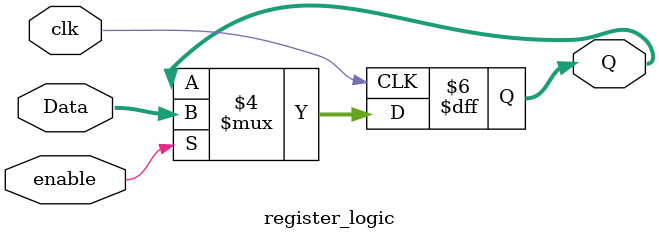
<source format=v>
`timescale 1ns / 1ps


module register_logic(
    input clk,
    input enable,
    input [4:0] Data,
    output reg [4:0] Q
    );
    
    initial Q=0;
    always @(posedge clk) begin
        if (enable)
            Q <= Data;
        else
            Q <= Q;
      end
      
endmodule

</source>
